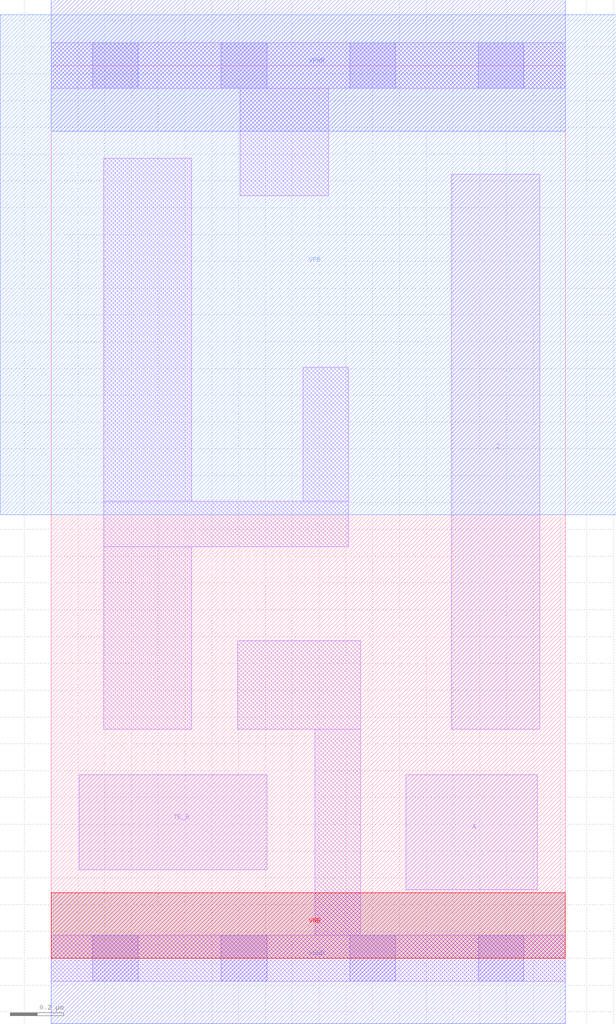
<source format=lef>
# Copyright 2020 The SkyWater PDK Authors
#
# Licensed under the Apache License, Version 2.0 (the "License");
# you may not use this file except in compliance with the License.
# You may obtain a copy of the License at
#
#     https://www.apache.org/licenses/LICENSE-2.0
#
# Unless required by applicable law or agreed to in writing, software
# distributed under the License is distributed on an "AS IS" BASIS,
# WITHOUT WARRANTIES OR CONDITIONS OF ANY KIND, either express or implied.
# See the License for the specific language governing permissions and
# limitations under the License.
#
# SPDX-License-Identifier: Apache-2.0

VERSION 5.7 ;
  NOWIREEXTENSIONATPIN ON ;
  DIVIDERCHAR "/" ;
  BUSBITCHARS "[]" ;
MACRO sky130_fd_sc_lp__einvn_m
  CLASS CORE ;
  FOREIGN sky130_fd_sc_lp__einvn_m ;
  ORIGIN  0.000000  0.000000 ;
  SIZE  1.920000 BY  3.330000 ;
  SYMMETRY X Y R90 ;
  SITE unit ;
  PIN A
    ANTENNAGATEAREA  0.126000 ;
    DIRECTION INPUT ;
    USE SIGNAL ;
    PORT
      LAYER li1 ;
        RECT 1.325000 0.255000 1.815000 0.685000 ;
    END
  END A
  PIN TE_B
    ANTENNAGATEAREA  0.189000 ;
    DIRECTION INPUT ;
    USE SIGNAL ;
    PORT
      LAYER li1 ;
        RECT 0.105000 0.330000 0.805000 0.685000 ;
    END
  END TE_B
  PIN Z
    ANTENNADIFFAREA  0.222600 ;
    DIRECTION OUTPUT ;
    USE SIGNAL ;
    PORT
      LAYER li1 ;
        RECT 1.495000 0.855000 1.825000 2.925000 ;
    END
  END Z
  PIN VGND
    DIRECTION INOUT ;
    USE GROUND ;
    PORT
      LAYER met1 ;
        RECT 0.000000 -0.245000 1.920000 0.245000 ;
    END
  END VGND
  PIN VNB
    DIRECTION INOUT ;
    USE GROUND ;
    PORT
      LAYER pwell ;
        RECT 0.000000 0.000000 1.920000 0.245000 ;
    END
  END VNB
  PIN VPB
    DIRECTION INOUT ;
    USE POWER ;
    PORT
      LAYER nwell ;
        RECT -0.190000 1.655000 2.110000 3.520000 ;
    END
  END VPB
  PIN VPWR
    DIRECTION INOUT ;
    USE POWER ;
    PORT
      LAYER met1 ;
        RECT 0.000000 3.085000 1.920000 3.575000 ;
    END
  END VPWR
  OBS
    LAYER li1 ;
      RECT 0.000000 -0.085000 1.920000 0.085000 ;
      RECT 0.000000  3.245000 1.920000 3.415000 ;
      RECT 0.195000  0.855000 0.525000 1.535000 ;
      RECT 0.195000  1.535000 1.110000 1.705000 ;
      RECT 0.195000  1.705000 0.525000 2.985000 ;
      RECT 0.695000  0.855000 1.155000 1.185000 ;
      RECT 0.705000  2.845000 1.035000 3.245000 ;
      RECT 0.940000  1.705000 1.110000 2.205000 ;
      RECT 0.985000  0.085000 1.155000 0.855000 ;
    LAYER mcon ;
      RECT 0.155000 -0.085000 0.325000 0.085000 ;
      RECT 0.155000  3.245000 0.325000 3.415000 ;
      RECT 0.635000 -0.085000 0.805000 0.085000 ;
      RECT 0.635000  3.245000 0.805000 3.415000 ;
      RECT 1.115000 -0.085000 1.285000 0.085000 ;
      RECT 1.115000  3.245000 1.285000 3.415000 ;
      RECT 1.595000 -0.085000 1.765000 0.085000 ;
      RECT 1.595000  3.245000 1.765000 3.415000 ;
  END
END sky130_fd_sc_lp__einvn_m
END LIBRARY

</source>
